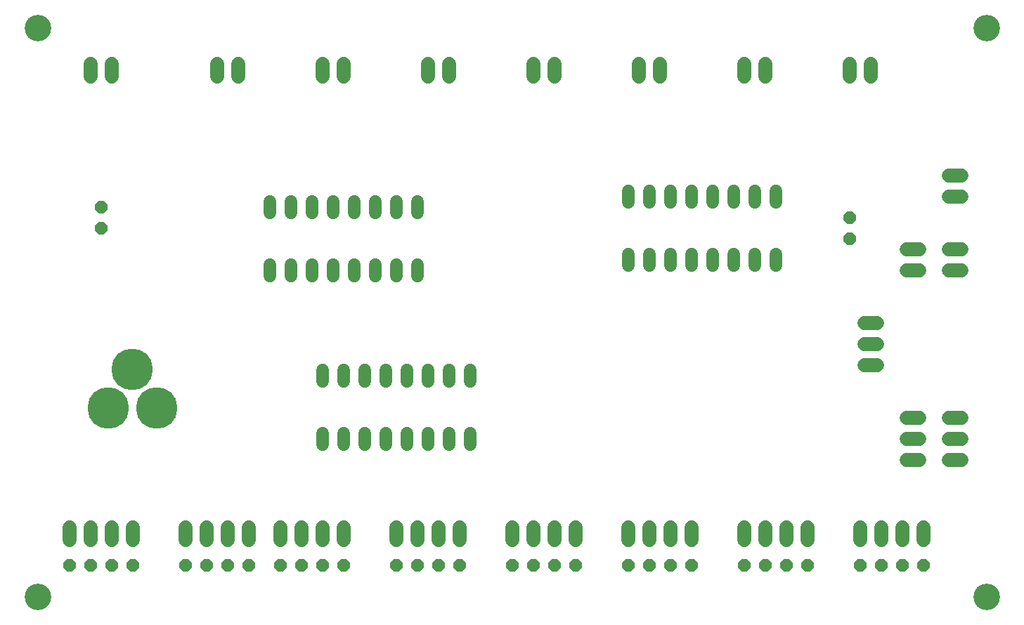
<source format=gbr>
G04 EAGLE Gerber RS-274X export*
G75*
%MOMM*%
%FSLAX34Y34*%
%LPD*%
%INSoldermask Bottom*%
%IPPOS*%
%AMOC8*
5,1,8,0,0,1.08239X$1,22.5*%
G01*
%ADD10C,3.203200*%
%ADD11C,1.727200*%
%ADD12P,1.649562X8X112.500000*%
%ADD13P,1.649562X8X292.500000*%
%ADD14C,1.524000*%
%ADD15P,1.649562X8X22.500000*%
%ADD16C,5.003200*%


D10*
X25400Y711200D03*
X1168400Y711200D03*
X1168400Y25400D03*
X25400Y25400D03*
D11*
X1122680Y419100D02*
X1137920Y419100D01*
X1137920Y444500D02*
X1122680Y444500D01*
X1122680Y241300D02*
X1137920Y241300D01*
X1137920Y215900D02*
X1122680Y215900D01*
X1122680Y190500D02*
X1137920Y190500D01*
X1087120Y241300D02*
X1071880Y241300D01*
X1071880Y215900D02*
X1087120Y215900D01*
X1087120Y190500D02*
X1071880Y190500D01*
D12*
X1003300Y457200D03*
X1003300Y482600D03*
D13*
X101600Y495300D03*
X101600Y469900D03*
D11*
X1021080Y355600D02*
X1036320Y355600D01*
X1036320Y330200D02*
X1021080Y330200D01*
X1021080Y304800D02*
X1036320Y304800D01*
X1071880Y419100D02*
X1087120Y419100D01*
X1087120Y444500D02*
X1071880Y444500D01*
D14*
X914400Y501396D02*
X914400Y514604D01*
X889000Y514604D02*
X889000Y501396D01*
X812800Y501396D02*
X812800Y514604D01*
X787400Y514604D02*
X787400Y501396D01*
X863600Y501396D02*
X863600Y514604D01*
X838200Y514604D02*
X838200Y501396D01*
X762000Y501396D02*
X762000Y514604D01*
X736600Y514604D02*
X736600Y501396D01*
X736600Y438404D02*
X736600Y425196D01*
X762000Y425196D02*
X762000Y438404D01*
X787400Y438404D02*
X787400Y425196D01*
X812800Y425196D02*
X812800Y438404D01*
X838200Y438404D02*
X838200Y425196D01*
X863600Y425196D02*
X863600Y438404D01*
X889000Y438404D02*
X889000Y425196D01*
X914400Y425196D02*
X914400Y438404D01*
X304800Y425704D02*
X304800Y412496D01*
X330200Y412496D02*
X330200Y425704D01*
X406400Y425704D02*
X406400Y412496D01*
X431800Y412496D02*
X431800Y425704D01*
X355600Y425704D02*
X355600Y412496D01*
X381000Y412496D02*
X381000Y425704D01*
X457200Y425704D02*
X457200Y412496D01*
X482600Y412496D02*
X482600Y425704D01*
X482600Y488696D02*
X482600Y501904D01*
X457200Y501904D02*
X457200Y488696D01*
X431800Y488696D02*
X431800Y501904D01*
X406400Y501904D02*
X406400Y488696D01*
X381000Y488696D02*
X381000Y501904D01*
X355600Y501904D02*
X355600Y488696D01*
X330200Y488696D02*
X330200Y501904D01*
X304800Y501904D02*
X304800Y488696D01*
D11*
X520700Y652780D02*
X520700Y668020D01*
X495300Y668020D02*
X495300Y652780D01*
X393700Y652780D02*
X393700Y668020D01*
X368300Y668020D02*
X368300Y652780D01*
X1028700Y652780D02*
X1028700Y668020D01*
X1003300Y668020D02*
X1003300Y652780D01*
X901700Y652780D02*
X901700Y668020D01*
X876300Y668020D02*
X876300Y652780D01*
X266700Y652780D02*
X266700Y668020D01*
X241300Y668020D02*
X241300Y652780D01*
X114300Y652780D02*
X114300Y668020D01*
X88900Y668020D02*
X88900Y652780D01*
X774700Y652780D02*
X774700Y668020D01*
X749300Y668020D02*
X749300Y652780D01*
X647700Y652780D02*
X647700Y668020D01*
X622300Y668020D02*
X622300Y652780D01*
D14*
X368300Y222504D02*
X368300Y209296D01*
X393700Y209296D02*
X393700Y222504D01*
X469900Y222504D02*
X469900Y209296D01*
X495300Y209296D02*
X495300Y222504D01*
X419100Y222504D02*
X419100Y209296D01*
X444500Y209296D02*
X444500Y222504D01*
X520700Y222504D02*
X520700Y209296D01*
X546100Y209296D02*
X546100Y222504D01*
X546100Y285496D02*
X546100Y298704D01*
X520700Y298704D02*
X520700Y285496D01*
X495300Y285496D02*
X495300Y298704D01*
X469900Y298704D02*
X469900Y285496D01*
X444500Y285496D02*
X444500Y298704D01*
X419100Y298704D02*
X419100Y285496D01*
X393700Y285496D02*
X393700Y298704D01*
X368300Y298704D02*
X368300Y285496D01*
D11*
X1016000Y109220D02*
X1016000Y93980D01*
X1041400Y93980D02*
X1041400Y109220D01*
X876300Y109220D02*
X876300Y93980D01*
X901700Y93980D02*
X901700Y109220D01*
X736600Y109220D02*
X736600Y93980D01*
X762000Y93980D02*
X762000Y109220D01*
X596900Y109220D02*
X596900Y93980D01*
X622300Y93980D02*
X622300Y109220D01*
X457200Y109220D02*
X457200Y93980D01*
X482600Y93980D02*
X482600Y109220D01*
X317500Y109220D02*
X317500Y93980D01*
X342900Y93980D02*
X342900Y109220D01*
X203200Y109220D02*
X203200Y93980D01*
X228600Y93980D02*
X228600Y109220D01*
X63500Y109220D02*
X63500Y93980D01*
X88900Y93980D02*
X88900Y109220D01*
X1092200Y109220D02*
X1092200Y93980D01*
X1066800Y93980D02*
X1066800Y109220D01*
X952500Y109220D02*
X952500Y93980D01*
X927100Y93980D02*
X927100Y109220D01*
X812800Y109220D02*
X812800Y93980D01*
X787400Y93980D02*
X787400Y109220D01*
X673100Y109220D02*
X673100Y93980D01*
X647700Y93980D02*
X647700Y109220D01*
X533400Y109220D02*
X533400Y93980D01*
X508000Y93980D02*
X508000Y109220D01*
X393700Y109220D02*
X393700Y93980D01*
X368300Y93980D02*
X368300Y109220D01*
X279400Y109220D02*
X279400Y93980D01*
X254000Y93980D02*
X254000Y109220D01*
X139700Y109220D02*
X139700Y93980D01*
X114300Y93980D02*
X114300Y109220D01*
D15*
X1016000Y63500D03*
X1041400Y63500D03*
X508000Y63500D03*
X533400Y63500D03*
X317500Y63500D03*
X342900Y63500D03*
X368300Y63500D03*
X393700Y63500D03*
X203200Y63500D03*
X228600Y63500D03*
X254000Y63500D03*
X279400Y63500D03*
X63500Y63500D03*
X88900Y63500D03*
X114300Y63500D03*
X139700Y63500D03*
X1066800Y63500D03*
X1092200Y63500D03*
X876300Y63500D03*
X901700Y63500D03*
X927100Y63500D03*
X952500Y63500D03*
X736600Y63500D03*
X762000Y63500D03*
X787400Y63500D03*
X812800Y63500D03*
X596900Y63500D03*
X622300Y63500D03*
X647700Y63500D03*
X673100Y63500D03*
X457200Y63500D03*
X482600Y63500D03*
D11*
X1122680Y508000D02*
X1137920Y508000D01*
X1137920Y533400D02*
X1122680Y533400D01*
D16*
X139100Y300000D03*
X169100Y253000D03*
X110100Y253000D03*
M02*

</source>
